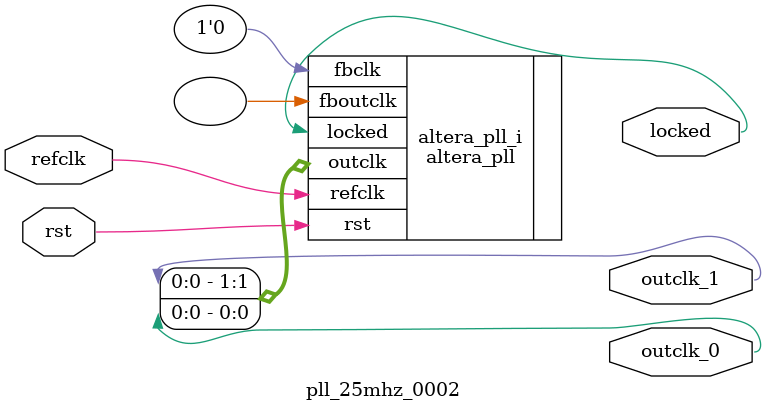
<source format=v>
`timescale 1ns/10ps
module  pll_25mhz_0002(

	// interface 'refclk'
	input wire refclk,

	// interface 'reset'
	input wire rst,

	// interface 'outclk0'
	output wire outclk_0,

	// interface 'outclk1'
	output wire outclk_1,

	// interface 'locked'
	output wire locked
);

	altera_pll #(
		.fractional_vco_multiplier("false"),
		.reference_clock_frequency("50.0 MHz"),
		.operation_mode("direct"),
		.number_of_clocks(2),
		.output_clock_frequency0("25.000000 MHz"),
		.phase_shift0("0 ps"),
		.duty_cycle0(50),
		.output_clock_frequency1("25.000000 MHz"),
		.phase_shift1("0 ps"),
		.duty_cycle1(50),
		.output_clock_frequency2("0 MHz"),
		.phase_shift2("0 ps"),
		.duty_cycle2(50),
		.output_clock_frequency3("0 MHz"),
		.phase_shift3("0 ps"),
		.duty_cycle3(50),
		.output_clock_frequency4("0 MHz"),
		.phase_shift4("0 ps"),
		.duty_cycle4(50),
		.output_clock_frequency5("0 MHz"),
		.phase_shift5("0 ps"),
		.duty_cycle5(50),
		.output_clock_frequency6("0 MHz"),
		.phase_shift6("0 ps"),
		.duty_cycle6(50),
		.output_clock_frequency7("0 MHz"),
		.phase_shift7("0 ps"),
		.duty_cycle7(50),
		.output_clock_frequency8("0 MHz"),
		.phase_shift8("0 ps"),
		.duty_cycle8(50),
		.output_clock_frequency9("0 MHz"),
		.phase_shift9("0 ps"),
		.duty_cycle9(50),
		.output_clock_frequency10("0 MHz"),
		.phase_shift10("0 ps"),
		.duty_cycle10(50),
		.output_clock_frequency11("0 MHz"),
		.phase_shift11("0 ps"),
		.duty_cycle11(50),
		.output_clock_frequency12("0 MHz"),
		.phase_shift12("0 ps"),
		.duty_cycle12(50),
		.output_clock_frequency13("0 MHz"),
		.phase_shift13("0 ps"),
		.duty_cycle13(50),
		.output_clock_frequency14("0 MHz"),
		.phase_shift14("0 ps"),
		.duty_cycle14(50),
		.output_clock_frequency15("0 MHz"),
		.phase_shift15("0 ps"),
		.duty_cycle15(50),
		.output_clock_frequency16("0 MHz"),
		.phase_shift16("0 ps"),
		.duty_cycle16(50),
		.output_clock_frequency17("0 MHz"),
		.phase_shift17("0 ps"),
		.duty_cycle17(50),
		.pll_type("General"),
		.pll_subtype("General")
	) altera_pll_i (
		.rst	(rst),
		.outclk	({outclk_1, outclk_0}),
		.locked	(locked),
		.fboutclk	( ),
		.fbclk	(1'b0),
		.refclk	(refclk)
	);
endmodule


</source>
